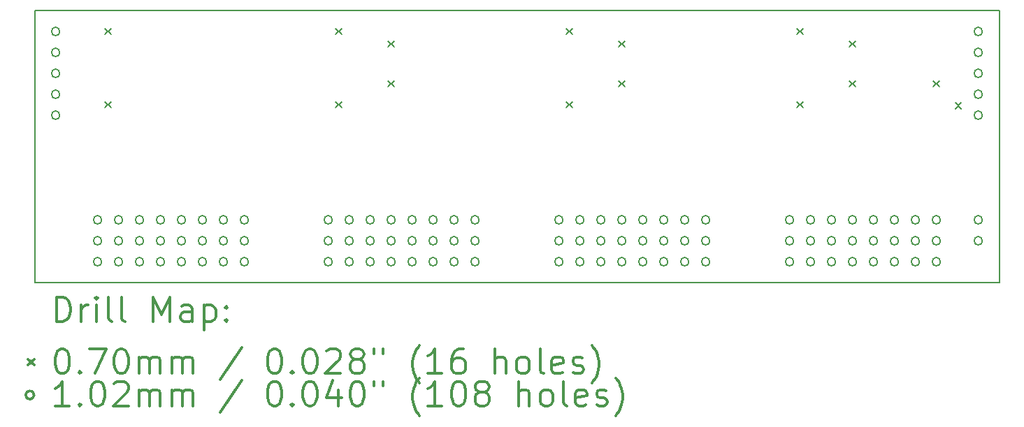
<source format=gbr>
%FSLAX45Y45*%
G04 Gerber Fmt 4.5, Leading zero omitted, Abs format (unit mm)*
G04 Created by KiCad (PCBNEW 4.0.2+dfsg1-stable) date Fri 15 Jul 2016 16:01:55 BRT*
%MOMM*%
G01*
G04 APERTURE LIST*
%ADD10C,0.127000*%
%ADD11C,0.150000*%
%ADD12C,0.200000*%
%ADD13C,0.300000*%
G04 APERTURE END LIST*
D10*
D11*
X9906000Y-7747000D02*
X21590000Y-7747000D01*
X9906000Y-11049000D02*
X9906000Y-7747000D01*
X21590000Y-11049000D02*
X9906000Y-11049000D01*
X21590000Y-7747000D02*
X21590000Y-11049000D01*
D12*
X10760000Y-7966000D02*
X10830000Y-8036000D01*
X10830000Y-7966000D02*
X10760000Y-8036000D01*
X10760000Y-8855000D02*
X10830000Y-8925000D01*
X10830000Y-8855000D02*
X10760000Y-8925000D01*
X13554000Y-7966000D02*
X13624000Y-8036000D01*
X13624000Y-7966000D02*
X13554000Y-8036000D01*
X13554000Y-8855000D02*
X13624000Y-8925000D01*
X13624000Y-8855000D02*
X13554000Y-8925000D01*
X14189000Y-8116001D02*
X14259000Y-8186001D01*
X14259000Y-8116001D02*
X14189000Y-8186001D01*
X14189000Y-8601000D02*
X14259000Y-8671000D01*
X14259000Y-8601000D02*
X14189000Y-8671000D01*
X16348000Y-7966000D02*
X16418000Y-8036000D01*
X16418000Y-7966000D02*
X16348000Y-8036000D01*
X16348000Y-8855000D02*
X16418000Y-8925000D01*
X16418000Y-8855000D02*
X16348000Y-8925000D01*
X16983000Y-8116001D02*
X17053000Y-8186001D01*
X17053000Y-8116001D02*
X16983000Y-8186001D01*
X16983000Y-8601000D02*
X17053000Y-8671000D01*
X17053000Y-8601000D02*
X16983000Y-8671000D01*
X19142000Y-7966000D02*
X19212000Y-8036000D01*
X19212000Y-7966000D02*
X19142000Y-8036000D01*
X19142000Y-8855000D02*
X19212000Y-8925000D01*
X19212000Y-8855000D02*
X19142000Y-8925000D01*
X19777000Y-8116001D02*
X19847000Y-8186001D01*
X19847000Y-8116001D02*
X19777000Y-8186001D01*
X19777000Y-8601000D02*
X19847000Y-8671000D01*
X19847000Y-8601000D02*
X19777000Y-8671000D01*
X20793000Y-8601000D02*
X20863000Y-8671000D01*
X20863000Y-8601000D02*
X20793000Y-8671000D01*
X21058966Y-8866966D02*
X21128966Y-8936966D01*
X21128966Y-8866966D02*
X21058966Y-8936966D01*
X10210800Y-8001000D02*
G75*
G03X10210800Y-8001000I-50800J0D01*
G01*
X10210800Y-8255000D02*
G75*
G03X10210800Y-8255000I-50800J0D01*
G01*
X10210800Y-8509000D02*
G75*
G03X10210800Y-8509000I-50800J0D01*
G01*
X10210800Y-8763000D02*
G75*
G03X10210800Y-8763000I-50800J0D01*
G01*
X10210800Y-9017000D02*
G75*
G03X10210800Y-9017000I-50800J0D01*
G01*
X10718800Y-10287000D02*
G75*
G03X10718800Y-10287000I-50800J0D01*
G01*
X10718800Y-10541000D02*
G75*
G03X10718800Y-10541000I-50800J0D01*
G01*
X10718800Y-10795000D02*
G75*
G03X10718800Y-10795000I-50800J0D01*
G01*
X10972800Y-10287000D02*
G75*
G03X10972800Y-10287000I-50800J0D01*
G01*
X10972800Y-10541000D02*
G75*
G03X10972800Y-10541000I-50800J0D01*
G01*
X10972800Y-10795000D02*
G75*
G03X10972800Y-10795000I-50800J0D01*
G01*
X11226800Y-10287000D02*
G75*
G03X11226800Y-10287000I-50800J0D01*
G01*
X11226800Y-10541000D02*
G75*
G03X11226800Y-10541000I-50800J0D01*
G01*
X11226800Y-10795000D02*
G75*
G03X11226800Y-10795000I-50800J0D01*
G01*
X11480800Y-10287000D02*
G75*
G03X11480800Y-10287000I-50800J0D01*
G01*
X11480800Y-10541000D02*
G75*
G03X11480800Y-10541000I-50800J0D01*
G01*
X11480800Y-10795000D02*
G75*
G03X11480800Y-10795000I-50800J0D01*
G01*
X11734800Y-10287000D02*
G75*
G03X11734800Y-10287000I-50800J0D01*
G01*
X11734800Y-10541000D02*
G75*
G03X11734800Y-10541000I-50800J0D01*
G01*
X11734800Y-10795000D02*
G75*
G03X11734800Y-10795000I-50800J0D01*
G01*
X11988800Y-10287000D02*
G75*
G03X11988800Y-10287000I-50800J0D01*
G01*
X11988800Y-10541000D02*
G75*
G03X11988800Y-10541000I-50800J0D01*
G01*
X11988800Y-10795000D02*
G75*
G03X11988800Y-10795000I-50800J0D01*
G01*
X12242800Y-10287000D02*
G75*
G03X12242800Y-10287000I-50800J0D01*
G01*
X12242800Y-10541000D02*
G75*
G03X12242800Y-10541000I-50800J0D01*
G01*
X12242800Y-10795000D02*
G75*
G03X12242800Y-10795000I-50800J0D01*
G01*
X12496800Y-10287000D02*
G75*
G03X12496800Y-10287000I-50800J0D01*
G01*
X12496800Y-10541000D02*
G75*
G03X12496800Y-10541000I-50800J0D01*
G01*
X12496800Y-10795000D02*
G75*
G03X12496800Y-10795000I-50800J0D01*
G01*
X13512800Y-10287000D02*
G75*
G03X13512800Y-10287000I-50800J0D01*
G01*
X13512800Y-10541000D02*
G75*
G03X13512800Y-10541000I-50800J0D01*
G01*
X13512800Y-10795000D02*
G75*
G03X13512800Y-10795000I-50800J0D01*
G01*
X13766800Y-10287000D02*
G75*
G03X13766800Y-10287000I-50800J0D01*
G01*
X13766800Y-10541000D02*
G75*
G03X13766800Y-10541000I-50800J0D01*
G01*
X13766800Y-10795000D02*
G75*
G03X13766800Y-10795000I-50800J0D01*
G01*
X14020800Y-10287000D02*
G75*
G03X14020800Y-10287000I-50800J0D01*
G01*
X14020800Y-10541000D02*
G75*
G03X14020800Y-10541000I-50800J0D01*
G01*
X14020800Y-10795000D02*
G75*
G03X14020800Y-10795000I-50800J0D01*
G01*
X14274800Y-10287000D02*
G75*
G03X14274800Y-10287000I-50800J0D01*
G01*
X14274800Y-10541000D02*
G75*
G03X14274800Y-10541000I-50800J0D01*
G01*
X14274800Y-10795000D02*
G75*
G03X14274800Y-10795000I-50800J0D01*
G01*
X14528800Y-10287000D02*
G75*
G03X14528800Y-10287000I-50800J0D01*
G01*
X14528800Y-10541000D02*
G75*
G03X14528800Y-10541000I-50800J0D01*
G01*
X14528800Y-10795000D02*
G75*
G03X14528800Y-10795000I-50800J0D01*
G01*
X14782800Y-10287000D02*
G75*
G03X14782800Y-10287000I-50800J0D01*
G01*
X14782800Y-10541000D02*
G75*
G03X14782800Y-10541000I-50800J0D01*
G01*
X14782800Y-10795000D02*
G75*
G03X14782800Y-10795000I-50800J0D01*
G01*
X15036800Y-10287000D02*
G75*
G03X15036800Y-10287000I-50800J0D01*
G01*
X15036800Y-10541000D02*
G75*
G03X15036800Y-10541000I-50800J0D01*
G01*
X15036800Y-10795000D02*
G75*
G03X15036800Y-10795000I-50800J0D01*
G01*
X15290800Y-10287000D02*
G75*
G03X15290800Y-10287000I-50800J0D01*
G01*
X15290800Y-10541000D02*
G75*
G03X15290800Y-10541000I-50800J0D01*
G01*
X15290800Y-10795000D02*
G75*
G03X15290800Y-10795000I-50800J0D01*
G01*
X16306800Y-10287000D02*
G75*
G03X16306800Y-10287000I-50800J0D01*
G01*
X16306800Y-10541000D02*
G75*
G03X16306800Y-10541000I-50800J0D01*
G01*
X16306800Y-10795000D02*
G75*
G03X16306800Y-10795000I-50800J0D01*
G01*
X16560800Y-10287000D02*
G75*
G03X16560800Y-10287000I-50800J0D01*
G01*
X16560800Y-10541000D02*
G75*
G03X16560800Y-10541000I-50800J0D01*
G01*
X16560800Y-10795000D02*
G75*
G03X16560800Y-10795000I-50800J0D01*
G01*
X16814800Y-10287000D02*
G75*
G03X16814800Y-10287000I-50800J0D01*
G01*
X16814800Y-10541000D02*
G75*
G03X16814800Y-10541000I-50800J0D01*
G01*
X16814800Y-10795000D02*
G75*
G03X16814800Y-10795000I-50800J0D01*
G01*
X17068800Y-10287000D02*
G75*
G03X17068800Y-10287000I-50800J0D01*
G01*
X17068800Y-10541000D02*
G75*
G03X17068800Y-10541000I-50800J0D01*
G01*
X17068800Y-10795000D02*
G75*
G03X17068800Y-10795000I-50800J0D01*
G01*
X17322800Y-10287000D02*
G75*
G03X17322800Y-10287000I-50800J0D01*
G01*
X17322800Y-10541000D02*
G75*
G03X17322800Y-10541000I-50800J0D01*
G01*
X17322800Y-10795000D02*
G75*
G03X17322800Y-10795000I-50800J0D01*
G01*
X17576800Y-10287000D02*
G75*
G03X17576800Y-10287000I-50800J0D01*
G01*
X17576800Y-10541000D02*
G75*
G03X17576800Y-10541000I-50800J0D01*
G01*
X17576800Y-10795000D02*
G75*
G03X17576800Y-10795000I-50800J0D01*
G01*
X17830800Y-10287000D02*
G75*
G03X17830800Y-10287000I-50800J0D01*
G01*
X17830800Y-10541000D02*
G75*
G03X17830800Y-10541000I-50800J0D01*
G01*
X17830800Y-10795000D02*
G75*
G03X17830800Y-10795000I-50800J0D01*
G01*
X18084800Y-10287000D02*
G75*
G03X18084800Y-10287000I-50800J0D01*
G01*
X18084800Y-10541000D02*
G75*
G03X18084800Y-10541000I-50800J0D01*
G01*
X18084800Y-10795000D02*
G75*
G03X18084800Y-10795000I-50800J0D01*
G01*
X19100800Y-10287000D02*
G75*
G03X19100800Y-10287000I-50800J0D01*
G01*
X19100800Y-10541000D02*
G75*
G03X19100800Y-10541000I-50800J0D01*
G01*
X19100800Y-10795000D02*
G75*
G03X19100800Y-10795000I-50800J0D01*
G01*
X19354800Y-10287000D02*
G75*
G03X19354800Y-10287000I-50800J0D01*
G01*
X19354800Y-10541000D02*
G75*
G03X19354800Y-10541000I-50800J0D01*
G01*
X19354800Y-10795000D02*
G75*
G03X19354800Y-10795000I-50800J0D01*
G01*
X19608800Y-10287000D02*
G75*
G03X19608800Y-10287000I-50800J0D01*
G01*
X19608800Y-10541000D02*
G75*
G03X19608800Y-10541000I-50800J0D01*
G01*
X19608800Y-10795000D02*
G75*
G03X19608800Y-10795000I-50800J0D01*
G01*
X19862800Y-10287000D02*
G75*
G03X19862800Y-10287000I-50800J0D01*
G01*
X19862800Y-10541000D02*
G75*
G03X19862800Y-10541000I-50800J0D01*
G01*
X19862800Y-10795000D02*
G75*
G03X19862800Y-10795000I-50800J0D01*
G01*
X20116800Y-10287000D02*
G75*
G03X20116800Y-10287000I-50800J0D01*
G01*
X20116800Y-10541000D02*
G75*
G03X20116800Y-10541000I-50800J0D01*
G01*
X20116800Y-10795000D02*
G75*
G03X20116800Y-10795000I-50800J0D01*
G01*
X20370800Y-10287000D02*
G75*
G03X20370800Y-10287000I-50800J0D01*
G01*
X20370800Y-10541000D02*
G75*
G03X20370800Y-10541000I-50800J0D01*
G01*
X20370800Y-10795000D02*
G75*
G03X20370800Y-10795000I-50800J0D01*
G01*
X20624800Y-10287000D02*
G75*
G03X20624800Y-10287000I-50800J0D01*
G01*
X20624800Y-10541000D02*
G75*
G03X20624800Y-10541000I-50800J0D01*
G01*
X20624800Y-10795000D02*
G75*
G03X20624800Y-10795000I-50800J0D01*
G01*
X20878800Y-10287000D02*
G75*
G03X20878800Y-10287000I-50800J0D01*
G01*
X20878800Y-10541000D02*
G75*
G03X20878800Y-10541000I-50800J0D01*
G01*
X20878800Y-10795000D02*
G75*
G03X20878800Y-10795000I-50800J0D01*
G01*
X21386800Y-8001000D02*
G75*
G03X21386800Y-8001000I-50800J0D01*
G01*
X21386800Y-8255000D02*
G75*
G03X21386800Y-8255000I-50800J0D01*
G01*
X21386800Y-8509000D02*
G75*
G03X21386800Y-8509000I-50800J0D01*
G01*
X21386800Y-8763000D02*
G75*
G03X21386800Y-8763000I-50800J0D01*
G01*
X21386800Y-9017000D02*
G75*
G03X21386800Y-9017000I-50800J0D01*
G01*
X21386800Y-10287000D02*
G75*
G03X21386800Y-10287000I-50800J0D01*
G01*
X21386800Y-10541000D02*
G75*
G03X21386800Y-10541000I-50800J0D01*
G01*
D13*
X10169929Y-11522214D02*
X10169929Y-11222214D01*
X10241357Y-11222214D01*
X10284214Y-11236500D01*
X10312786Y-11265071D01*
X10327071Y-11293643D01*
X10341357Y-11350786D01*
X10341357Y-11393643D01*
X10327071Y-11450786D01*
X10312786Y-11479357D01*
X10284214Y-11507929D01*
X10241357Y-11522214D01*
X10169929Y-11522214D01*
X10469929Y-11522214D02*
X10469929Y-11322214D01*
X10469929Y-11379357D02*
X10484214Y-11350786D01*
X10498500Y-11336500D01*
X10527071Y-11322214D01*
X10555643Y-11322214D01*
X10655643Y-11522214D02*
X10655643Y-11322214D01*
X10655643Y-11222214D02*
X10641357Y-11236500D01*
X10655643Y-11250786D01*
X10669929Y-11236500D01*
X10655643Y-11222214D01*
X10655643Y-11250786D01*
X10841357Y-11522214D02*
X10812786Y-11507929D01*
X10798500Y-11479357D01*
X10798500Y-11222214D01*
X10998500Y-11522214D02*
X10969929Y-11507929D01*
X10955643Y-11479357D01*
X10955643Y-11222214D01*
X11341357Y-11522214D02*
X11341357Y-11222214D01*
X11441357Y-11436500D01*
X11541357Y-11222214D01*
X11541357Y-11522214D01*
X11812786Y-11522214D02*
X11812786Y-11365071D01*
X11798500Y-11336500D01*
X11769928Y-11322214D01*
X11712786Y-11322214D01*
X11684214Y-11336500D01*
X11812786Y-11507929D02*
X11784214Y-11522214D01*
X11712786Y-11522214D01*
X11684214Y-11507929D01*
X11669928Y-11479357D01*
X11669928Y-11450786D01*
X11684214Y-11422214D01*
X11712786Y-11407929D01*
X11784214Y-11407929D01*
X11812786Y-11393643D01*
X11955643Y-11322214D02*
X11955643Y-11622214D01*
X11955643Y-11336500D02*
X11984214Y-11322214D01*
X12041357Y-11322214D01*
X12069928Y-11336500D01*
X12084214Y-11350786D01*
X12098500Y-11379357D01*
X12098500Y-11465071D01*
X12084214Y-11493643D01*
X12069928Y-11507929D01*
X12041357Y-11522214D01*
X11984214Y-11522214D01*
X11955643Y-11507929D01*
X12227071Y-11493643D02*
X12241357Y-11507929D01*
X12227071Y-11522214D01*
X12212786Y-11507929D01*
X12227071Y-11493643D01*
X12227071Y-11522214D01*
X12227071Y-11336500D02*
X12241357Y-11350786D01*
X12227071Y-11365071D01*
X12212786Y-11350786D01*
X12227071Y-11336500D01*
X12227071Y-11365071D01*
X9828500Y-11981500D02*
X9898500Y-12051500D01*
X9898500Y-11981500D02*
X9828500Y-12051500D01*
X10227071Y-11852214D02*
X10255643Y-11852214D01*
X10284214Y-11866500D01*
X10298500Y-11880786D01*
X10312786Y-11909357D01*
X10327071Y-11966500D01*
X10327071Y-12037929D01*
X10312786Y-12095071D01*
X10298500Y-12123643D01*
X10284214Y-12137929D01*
X10255643Y-12152214D01*
X10227071Y-12152214D01*
X10198500Y-12137929D01*
X10184214Y-12123643D01*
X10169929Y-12095071D01*
X10155643Y-12037929D01*
X10155643Y-11966500D01*
X10169929Y-11909357D01*
X10184214Y-11880786D01*
X10198500Y-11866500D01*
X10227071Y-11852214D01*
X10455643Y-12123643D02*
X10469929Y-12137929D01*
X10455643Y-12152214D01*
X10441357Y-12137929D01*
X10455643Y-12123643D01*
X10455643Y-12152214D01*
X10569928Y-11852214D02*
X10769928Y-11852214D01*
X10641357Y-12152214D01*
X10941357Y-11852214D02*
X10969929Y-11852214D01*
X10998500Y-11866500D01*
X11012786Y-11880786D01*
X11027071Y-11909357D01*
X11041357Y-11966500D01*
X11041357Y-12037929D01*
X11027071Y-12095071D01*
X11012786Y-12123643D01*
X10998500Y-12137929D01*
X10969929Y-12152214D01*
X10941357Y-12152214D01*
X10912786Y-12137929D01*
X10898500Y-12123643D01*
X10884214Y-12095071D01*
X10869929Y-12037929D01*
X10869929Y-11966500D01*
X10884214Y-11909357D01*
X10898500Y-11880786D01*
X10912786Y-11866500D01*
X10941357Y-11852214D01*
X11169929Y-12152214D02*
X11169929Y-11952214D01*
X11169929Y-11980786D02*
X11184214Y-11966500D01*
X11212786Y-11952214D01*
X11255643Y-11952214D01*
X11284214Y-11966500D01*
X11298500Y-11995071D01*
X11298500Y-12152214D01*
X11298500Y-11995071D02*
X11312786Y-11966500D01*
X11341357Y-11952214D01*
X11384214Y-11952214D01*
X11412786Y-11966500D01*
X11427071Y-11995071D01*
X11427071Y-12152214D01*
X11569928Y-12152214D02*
X11569928Y-11952214D01*
X11569928Y-11980786D02*
X11584214Y-11966500D01*
X11612786Y-11952214D01*
X11655643Y-11952214D01*
X11684214Y-11966500D01*
X11698500Y-11995071D01*
X11698500Y-12152214D01*
X11698500Y-11995071D02*
X11712786Y-11966500D01*
X11741357Y-11952214D01*
X11784214Y-11952214D01*
X11812786Y-11966500D01*
X11827071Y-11995071D01*
X11827071Y-12152214D01*
X12412786Y-11837929D02*
X12155643Y-12223643D01*
X12798500Y-11852214D02*
X12827071Y-11852214D01*
X12855643Y-11866500D01*
X12869928Y-11880786D01*
X12884214Y-11909357D01*
X12898500Y-11966500D01*
X12898500Y-12037929D01*
X12884214Y-12095071D01*
X12869928Y-12123643D01*
X12855643Y-12137929D01*
X12827071Y-12152214D01*
X12798500Y-12152214D01*
X12769928Y-12137929D01*
X12755643Y-12123643D01*
X12741357Y-12095071D01*
X12727071Y-12037929D01*
X12727071Y-11966500D01*
X12741357Y-11909357D01*
X12755643Y-11880786D01*
X12769928Y-11866500D01*
X12798500Y-11852214D01*
X13027071Y-12123643D02*
X13041357Y-12137929D01*
X13027071Y-12152214D01*
X13012786Y-12137929D01*
X13027071Y-12123643D01*
X13027071Y-12152214D01*
X13227071Y-11852214D02*
X13255643Y-11852214D01*
X13284214Y-11866500D01*
X13298500Y-11880786D01*
X13312785Y-11909357D01*
X13327071Y-11966500D01*
X13327071Y-12037929D01*
X13312785Y-12095071D01*
X13298500Y-12123643D01*
X13284214Y-12137929D01*
X13255643Y-12152214D01*
X13227071Y-12152214D01*
X13198500Y-12137929D01*
X13184214Y-12123643D01*
X13169928Y-12095071D01*
X13155643Y-12037929D01*
X13155643Y-11966500D01*
X13169928Y-11909357D01*
X13184214Y-11880786D01*
X13198500Y-11866500D01*
X13227071Y-11852214D01*
X13441357Y-11880786D02*
X13455643Y-11866500D01*
X13484214Y-11852214D01*
X13555643Y-11852214D01*
X13584214Y-11866500D01*
X13598500Y-11880786D01*
X13612785Y-11909357D01*
X13612785Y-11937929D01*
X13598500Y-11980786D01*
X13427071Y-12152214D01*
X13612785Y-12152214D01*
X13784214Y-11980786D02*
X13755643Y-11966500D01*
X13741357Y-11952214D01*
X13727071Y-11923643D01*
X13727071Y-11909357D01*
X13741357Y-11880786D01*
X13755643Y-11866500D01*
X13784214Y-11852214D01*
X13841357Y-11852214D01*
X13869928Y-11866500D01*
X13884214Y-11880786D01*
X13898500Y-11909357D01*
X13898500Y-11923643D01*
X13884214Y-11952214D01*
X13869928Y-11966500D01*
X13841357Y-11980786D01*
X13784214Y-11980786D01*
X13755643Y-11995071D01*
X13741357Y-12009357D01*
X13727071Y-12037929D01*
X13727071Y-12095071D01*
X13741357Y-12123643D01*
X13755643Y-12137929D01*
X13784214Y-12152214D01*
X13841357Y-12152214D01*
X13869928Y-12137929D01*
X13884214Y-12123643D01*
X13898500Y-12095071D01*
X13898500Y-12037929D01*
X13884214Y-12009357D01*
X13869928Y-11995071D01*
X13841357Y-11980786D01*
X14012786Y-11852214D02*
X14012786Y-11909357D01*
X14127071Y-11852214D02*
X14127071Y-11909357D01*
X14569928Y-12266500D02*
X14555643Y-12252214D01*
X14527071Y-12209357D01*
X14512785Y-12180786D01*
X14498500Y-12137929D01*
X14484214Y-12066500D01*
X14484214Y-12009357D01*
X14498500Y-11937929D01*
X14512785Y-11895071D01*
X14527071Y-11866500D01*
X14555643Y-11823643D01*
X14569928Y-11809357D01*
X14841357Y-12152214D02*
X14669928Y-12152214D01*
X14755643Y-12152214D02*
X14755643Y-11852214D01*
X14727071Y-11895071D01*
X14698500Y-11923643D01*
X14669928Y-11937929D01*
X15098500Y-11852214D02*
X15041357Y-11852214D01*
X15012785Y-11866500D01*
X14998500Y-11880786D01*
X14969928Y-11923643D01*
X14955643Y-11980786D01*
X14955643Y-12095071D01*
X14969928Y-12123643D01*
X14984214Y-12137929D01*
X15012785Y-12152214D01*
X15069928Y-12152214D01*
X15098500Y-12137929D01*
X15112785Y-12123643D01*
X15127071Y-12095071D01*
X15127071Y-12023643D01*
X15112785Y-11995071D01*
X15098500Y-11980786D01*
X15069928Y-11966500D01*
X15012785Y-11966500D01*
X14984214Y-11980786D01*
X14969928Y-11995071D01*
X14955643Y-12023643D01*
X15484214Y-12152214D02*
X15484214Y-11852214D01*
X15612785Y-12152214D02*
X15612785Y-11995071D01*
X15598500Y-11966500D01*
X15569928Y-11952214D01*
X15527071Y-11952214D01*
X15498500Y-11966500D01*
X15484214Y-11980786D01*
X15798500Y-12152214D02*
X15769928Y-12137929D01*
X15755643Y-12123643D01*
X15741357Y-12095071D01*
X15741357Y-12009357D01*
X15755643Y-11980786D01*
X15769928Y-11966500D01*
X15798500Y-11952214D01*
X15841357Y-11952214D01*
X15869928Y-11966500D01*
X15884214Y-11980786D01*
X15898500Y-12009357D01*
X15898500Y-12095071D01*
X15884214Y-12123643D01*
X15869928Y-12137929D01*
X15841357Y-12152214D01*
X15798500Y-12152214D01*
X16069928Y-12152214D02*
X16041357Y-12137929D01*
X16027071Y-12109357D01*
X16027071Y-11852214D01*
X16298500Y-12137929D02*
X16269928Y-12152214D01*
X16212786Y-12152214D01*
X16184214Y-12137929D01*
X16169928Y-12109357D01*
X16169928Y-11995071D01*
X16184214Y-11966500D01*
X16212786Y-11952214D01*
X16269928Y-11952214D01*
X16298500Y-11966500D01*
X16312786Y-11995071D01*
X16312786Y-12023643D01*
X16169928Y-12052214D01*
X16427071Y-12137929D02*
X16455643Y-12152214D01*
X16512786Y-12152214D01*
X16541357Y-12137929D01*
X16555643Y-12109357D01*
X16555643Y-12095071D01*
X16541357Y-12066500D01*
X16512786Y-12052214D01*
X16469928Y-12052214D01*
X16441357Y-12037929D01*
X16427071Y-12009357D01*
X16427071Y-11995071D01*
X16441357Y-11966500D01*
X16469928Y-11952214D01*
X16512786Y-11952214D01*
X16541357Y-11966500D01*
X16655643Y-12266500D02*
X16669928Y-12252214D01*
X16698500Y-12209357D01*
X16712786Y-12180786D01*
X16727071Y-12137929D01*
X16741357Y-12066500D01*
X16741357Y-12009357D01*
X16727071Y-11937929D01*
X16712786Y-11895071D01*
X16698500Y-11866500D01*
X16669928Y-11823643D01*
X16655643Y-11809357D01*
X9898500Y-12412500D02*
G75*
G03X9898500Y-12412500I-50800J0D01*
G01*
X10327071Y-12548214D02*
X10155643Y-12548214D01*
X10241357Y-12548214D02*
X10241357Y-12248214D01*
X10212786Y-12291071D01*
X10184214Y-12319643D01*
X10155643Y-12333929D01*
X10455643Y-12519643D02*
X10469929Y-12533929D01*
X10455643Y-12548214D01*
X10441357Y-12533929D01*
X10455643Y-12519643D01*
X10455643Y-12548214D01*
X10655643Y-12248214D02*
X10684214Y-12248214D01*
X10712786Y-12262500D01*
X10727071Y-12276786D01*
X10741357Y-12305357D01*
X10755643Y-12362500D01*
X10755643Y-12433929D01*
X10741357Y-12491071D01*
X10727071Y-12519643D01*
X10712786Y-12533929D01*
X10684214Y-12548214D01*
X10655643Y-12548214D01*
X10627071Y-12533929D01*
X10612786Y-12519643D01*
X10598500Y-12491071D01*
X10584214Y-12433929D01*
X10584214Y-12362500D01*
X10598500Y-12305357D01*
X10612786Y-12276786D01*
X10627071Y-12262500D01*
X10655643Y-12248214D01*
X10869929Y-12276786D02*
X10884214Y-12262500D01*
X10912786Y-12248214D01*
X10984214Y-12248214D01*
X11012786Y-12262500D01*
X11027071Y-12276786D01*
X11041357Y-12305357D01*
X11041357Y-12333929D01*
X11027071Y-12376786D01*
X10855643Y-12548214D01*
X11041357Y-12548214D01*
X11169929Y-12548214D02*
X11169929Y-12348214D01*
X11169929Y-12376786D02*
X11184214Y-12362500D01*
X11212786Y-12348214D01*
X11255643Y-12348214D01*
X11284214Y-12362500D01*
X11298500Y-12391071D01*
X11298500Y-12548214D01*
X11298500Y-12391071D02*
X11312786Y-12362500D01*
X11341357Y-12348214D01*
X11384214Y-12348214D01*
X11412786Y-12362500D01*
X11427071Y-12391071D01*
X11427071Y-12548214D01*
X11569928Y-12548214D02*
X11569928Y-12348214D01*
X11569928Y-12376786D02*
X11584214Y-12362500D01*
X11612786Y-12348214D01*
X11655643Y-12348214D01*
X11684214Y-12362500D01*
X11698500Y-12391071D01*
X11698500Y-12548214D01*
X11698500Y-12391071D02*
X11712786Y-12362500D01*
X11741357Y-12348214D01*
X11784214Y-12348214D01*
X11812786Y-12362500D01*
X11827071Y-12391071D01*
X11827071Y-12548214D01*
X12412786Y-12233929D02*
X12155643Y-12619643D01*
X12798500Y-12248214D02*
X12827071Y-12248214D01*
X12855643Y-12262500D01*
X12869928Y-12276786D01*
X12884214Y-12305357D01*
X12898500Y-12362500D01*
X12898500Y-12433929D01*
X12884214Y-12491071D01*
X12869928Y-12519643D01*
X12855643Y-12533929D01*
X12827071Y-12548214D01*
X12798500Y-12548214D01*
X12769928Y-12533929D01*
X12755643Y-12519643D01*
X12741357Y-12491071D01*
X12727071Y-12433929D01*
X12727071Y-12362500D01*
X12741357Y-12305357D01*
X12755643Y-12276786D01*
X12769928Y-12262500D01*
X12798500Y-12248214D01*
X13027071Y-12519643D02*
X13041357Y-12533929D01*
X13027071Y-12548214D01*
X13012786Y-12533929D01*
X13027071Y-12519643D01*
X13027071Y-12548214D01*
X13227071Y-12248214D02*
X13255643Y-12248214D01*
X13284214Y-12262500D01*
X13298500Y-12276786D01*
X13312785Y-12305357D01*
X13327071Y-12362500D01*
X13327071Y-12433929D01*
X13312785Y-12491071D01*
X13298500Y-12519643D01*
X13284214Y-12533929D01*
X13255643Y-12548214D01*
X13227071Y-12548214D01*
X13198500Y-12533929D01*
X13184214Y-12519643D01*
X13169928Y-12491071D01*
X13155643Y-12433929D01*
X13155643Y-12362500D01*
X13169928Y-12305357D01*
X13184214Y-12276786D01*
X13198500Y-12262500D01*
X13227071Y-12248214D01*
X13584214Y-12348214D02*
X13584214Y-12548214D01*
X13512785Y-12233929D02*
X13441357Y-12448214D01*
X13627071Y-12448214D01*
X13798500Y-12248214D02*
X13827071Y-12248214D01*
X13855643Y-12262500D01*
X13869928Y-12276786D01*
X13884214Y-12305357D01*
X13898500Y-12362500D01*
X13898500Y-12433929D01*
X13884214Y-12491071D01*
X13869928Y-12519643D01*
X13855643Y-12533929D01*
X13827071Y-12548214D01*
X13798500Y-12548214D01*
X13769928Y-12533929D01*
X13755643Y-12519643D01*
X13741357Y-12491071D01*
X13727071Y-12433929D01*
X13727071Y-12362500D01*
X13741357Y-12305357D01*
X13755643Y-12276786D01*
X13769928Y-12262500D01*
X13798500Y-12248214D01*
X14012786Y-12248214D02*
X14012786Y-12305357D01*
X14127071Y-12248214D02*
X14127071Y-12305357D01*
X14569928Y-12662500D02*
X14555643Y-12648214D01*
X14527071Y-12605357D01*
X14512785Y-12576786D01*
X14498500Y-12533929D01*
X14484214Y-12462500D01*
X14484214Y-12405357D01*
X14498500Y-12333929D01*
X14512785Y-12291071D01*
X14527071Y-12262500D01*
X14555643Y-12219643D01*
X14569928Y-12205357D01*
X14841357Y-12548214D02*
X14669928Y-12548214D01*
X14755643Y-12548214D02*
X14755643Y-12248214D01*
X14727071Y-12291071D01*
X14698500Y-12319643D01*
X14669928Y-12333929D01*
X15027071Y-12248214D02*
X15055643Y-12248214D01*
X15084214Y-12262500D01*
X15098500Y-12276786D01*
X15112785Y-12305357D01*
X15127071Y-12362500D01*
X15127071Y-12433929D01*
X15112785Y-12491071D01*
X15098500Y-12519643D01*
X15084214Y-12533929D01*
X15055643Y-12548214D01*
X15027071Y-12548214D01*
X14998500Y-12533929D01*
X14984214Y-12519643D01*
X14969928Y-12491071D01*
X14955643Y-12433929D01*
X14955643Y-12362500D01*
X14969928Y-12305357D01*
X14984214Y-12276786D01*
X14998500Y-12262500D01*
X15027071Y-12248214D01*
X15298500Y-12376786D02*
X15269928Y-12362500D01*
X15255643Y-12348214D01*
X15241357Y-12319643D01*
X15241357Y-12305357D01*
X15255643Y-12276786D01*
X15269928Y-12262500D01*
X15298500Y-12248214D01*
X15355643Y-12248214D01*
X15384214Y-12262500D01*
X15398500Y-12276786D01*
X15412785Y-12305357D01*
X15412785Y-12319643D01*
X15398500Y-12348214D01*
X15384214Y-12362500D01*
X15355643Y-12376786D01*
X15298500Y-12376786D01*
X15269928Y-12391071D01*
X15255643Y-12405357D01*
X15241357Y-12433929D01*
X15241357Y-12491071D01*
X15255643Y-12519643D01*
X15269928Y-12533929D01*
X15298500Y-12548214D01*
X15355643Y-12548214D01*
X15384214Y-12533929D01*
X15398500Y-12519643D01*
X15412785Y-12491071D01*
X15412785Y-12433929D01*
X15398500Y-12405357D01*
X15384214Y-12391071D01*
X15355643Y-12376786D01*
X15769928Y-12548214D02*
X15769928Y-12248214D01*
X15898500Y-12548214D02*
X15898500Y-12391071D01*
X15884214Y-12362500D01*
X15855643Y-12348214D01*
X15812785Y-12348214D01*
X15784214Y-12362500D01*
X15769928Y-12376786D01*
X16084214Y-12548214D02*
X16055643Y-12533929D01*
X16041357Y-12519643D01*
X16027071Y-12491071D01*
X16027071Y-12405357D01*
X16041357Y-12376786D01*
X16055643Y-12362500D01*
X16084214Y-12348214D01*
X16127071Y-12348214D01*
X16155643Y-12362500D01*
X16169928Y-12376786D01*
X16184214Y-12405357D01*
X16184214Y-12491071D01*
X16169928Y-12519643D01*
X16155643Y-12533929D01*
X16127071Y-12548214D01*
X16084214Y-12548214D01*
X16355643Y-12548214D02*
X16327071Y-12533929D01*
X16312786Y-12505357D01*
X16312786Y-12248214D01*
X16584214Y-12533929D02*
X16555643Y-12548214D01*
X16498500Y-12548214D01*
X16469928Y-12533929D01*
X16455643Y-12505357D01*
X16455643Y-12391071D01*
X16469928Y-12362500D01*
X16498500Y-12348214D01*
X16555643Y-12348214D01*
X16584214Y-12362500D01*
X16598500Y-12391071D01*
X16598500Y-12419643D01*
X16455643Y-12448214D01*
X16712786Y-12533929D02*
X16741357Y-12548214D01*
X16798500Y-12548214D01*
X16827071Y-12533929D01*
X16841357Y-12505357D01*
X16841357Y-12491071D01*
X16827071Y-12462500D01*
X16798500Y-12448214D01*
X16755643Y-12448214D01*
X16727071Y-12433929D01*
X16712786Y-12405357D01*
X16712786Y-12391071D01*
X16727071Y-12362500D01*
X16755643Y-12348214D01*
X16798500Y-12348214D01*
X16827071Y-12362500D01*
X16941357Y-12662500D02*
X16955643Y-12648214D01*
X16984214Y-12605357D01*
X16998500Y-12576786D01*
X17012786Y-12533929D01*
X17027071Y-12462500D01*
X17027071Y-12405357D01*
X17012786Y-12333929D01*
X16998500Y-12291071D01*
X16984214Y-12262500D01*
X16955643Y-12219643D01*
X16941357Y-12205357D01*
M02*

</source>
